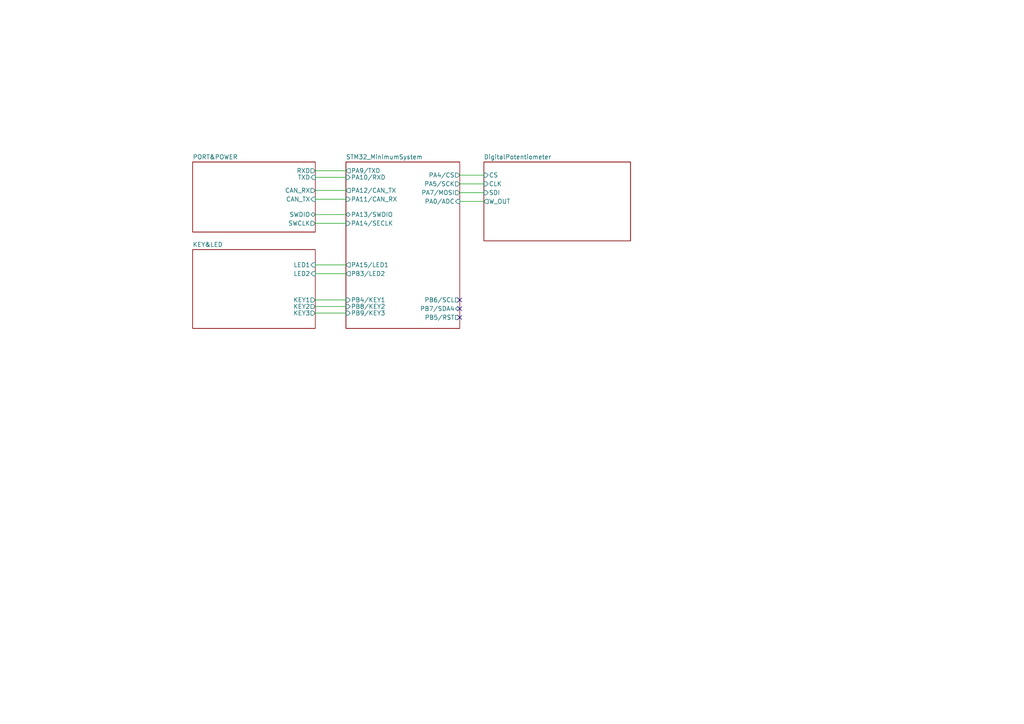
<source format=kicad_sch>
(kicad_sch (version 20211123) (generator eeschema)

  (uuid 098eee80-e1c4-496e-aea4-5738743695b6)

  (paper "A4")

  (lib_symbols
  )


  (no_connect (at 133.35 86.995) (uuid 7076b355-bb6a-4714-934f-76b405bd9877))
  (no_connect (at 133.35 92.075) (uuid 7076b355-bb6a-4714-934f-76b405bd9877))
  (no_connect (at 133.35 89.535) (uuid 7076b355-bb6a-4714-934f-76b405bd9877))

  (wire (pts (xy 91.44 88.9) (xy 100.33 88.9))
    (stroke (width 0) (type default) (color 0 0 0 0))
    (uuid 13fb2f83-89a6-4686-9318-afa21d82ab5d)
  )
  (wire (pts (xy 133.35 55.88) (xy 140.335 55.88))
    (stroke (width 0) (type default) (color 0 0 0 0))
    (uuid 1a7d65dc-ea80-4d29-a7aa-596dd486af56)
  )
  (wire (pts (xy 91.44 49.53) (xy 100.33 49.53))
    (stroke (width 0) (type default) (color 0 0 0 0))
    (uuid 32704d19-8238-4c15-9184-285269f1c5ab)
  )
  (wire (pts (xy 91.44 90.805) (xy 100.33 90.805))
    (stroke (width 0) (type default) (color 0 0 0 0))
    (uuid 54e5f5e0-1e88-4e8a-aca6-e105bab6a527)
  )
  (wire (pts (xy 91.44 79.375) (xy 100.33 79.375))
    (stroke (width 0) (type default) (color 0 0 0 0))
    (uuid 6a08b99d-be82-4f45-9d6b-67053a955dd3)
  )
  (wire (pts (xy 91.44 76.835) (xy 100.33 76.835))
    (stroke (width 0) (type default) (color 0 0 0 0))
    (uuid 6edab4ac-8a05-4527-b71c-061fe168aa42)
  )
  (wire (pts (xy 91.44 55.245) (xy 100.33 55.245))
    (stroke (width 0) (type default) (color 0 0 0 0))
    (uuid a76def05-06c1-4a02-a7ee-cae0679fdd79)
  )
  (wire (pts (xy 91.44 86.995) (xy 100.33 86.995))
    (stroke (width 0) (type default) (color 0 0 0 0))
    (uuid ad78c453-11a2-4e4a-b4c4-eaf9f140acac)
  )
  (wire (pts (xy 133.35 53.34) (xy 140.335 53.34))
    (stroke (width 0) (type default) (color 0 0 0 0))
    (uuid c191d9af-1825-499c-b16f-3ba635803b97)
  )
  (wire (pts (xy 91.44 62.23) (xy 100.33 62.23))
    (stroke (width 0) (type default) (color 0 0 0 0))
    (uuid c550d386-a19a-4a2e-82ea-9a18282811cb)
  )
  (wire (pts (xy 91.44 57.785) (xy 100.33 57.785))
    (stroke (width 0) (type default) (color 0 0 0 0))
    (uuid c7a16258-6b4a-432c-b88e-89c9662e75ed)
  )
  (wire (pts (xy 91.44 51.435) (xy 100.33 51.435))
    (stroke (width 0) (type default) (color 0 0 0 0))
    (uuid cb70d958-5f3d-4bd0-b0e0-2c00565c4a9e)
  )
  (wire (pts (xy 133.35 58.42) (xy 140.335 58.42))
    (stroke (width 0) (type default) (color 0 0 0 0))
    (uuid cd0f86b3-8afa-43d2-a7bf-57dc1a462bc6)
  )
  (wire (pts (xy 133.35 50.8) (xy 140.335 50.8))
    (stroke (width 0) (type default) (color 0 0 0 0))
    (uuid ed0e36b0-7a2e-4948-a38b-7435d904180a)
  )
  (wire (pts (xy 91.44 64.77) (xy 100.33 64.77))
    (stroke (width 0) (type default) (color 0 0 0 0))
    (uuid fede3a07-2798-47ce-92a9-806fd079c813)
  )

  (sheet (at 55.88 46.99) (size 35.56 20.32) (fields_autoplaced)
    (stroke (width 0.1524) (type solid) (color 0 0 0 0))
    (fill (color 0 0 0 0.0000))
    (uuid 23513316-377f-4cb7-80f6-91fce5fc8a07)
    (property "Sheet name" "PORT&POWER" (id 0) (at 55.88 46.2784 0)
      (effects (font (size 1.27 1.27)) (justify left bottom))
    )
    (property "Sheet file" "PORT&POWER.kicad_sch" (id 1) (at 55.88 67.8946 0)
      (effects (font (size 1.27 1.27)) (justify left top) hide)
    )
    (pin "SWCLK" output (at 91.44 64.77 0)
      (effects (font (size 1.27 1.27)) (justify right))
      (uuid 4e0bf2de-a361-4996-9e10-2575f43374e9)
    )
    (pin "SWDIO" bidirectional (at 91.44 62.23 0)
      (effects (font (size 1.27 1.27)) (justify right))
      (uuid 48e2f24a-81df-46cf-8eb0-ff7e5ff288e2)
    )
    (pin "CAN_RX" output (at 91.44 55.245 0)
      (effects (font (size 1.27 1.27)) (justify right))
      (uuid 9d96dcd0-e1da-4666-a237-abe52efe4979)
    )
    (pin "TXD" input (at 91.44 51.435 0)
      (effects (font (size 1.27 1.27)) (justify right))
      (uuid df5198dd-7c7a-43ef-81a7-5d286ec89d0a)
    )
    (pin "RXD" output (at 91.44 49.53 0)
      (effects (font (size 1.27 1.27)) (justify right))
      (uuid 1f915912-5a90-4e56-bac2-bbb1bab7a977)
    )
    (pin "CAN_TX" input (at 91.44 57.785 0)
      (effects (font (size 1.27 1.27)) (justify right))
      (uuid 67743226-5ec9-4a7d-b52d-c2c1b899c900)
    )
  )

  (sheet (at 100.33 46.99) (size 33.02 48.26) (fields_autoplaced)
    (stroke (width 0.1524) (type solid) (color 0 0 0 0))
    (fill (color 0 0 0 0.0000))
    (uuid 33d611cd-f7d5-487d-99fe-5326e442e157)
    (property "Sheet name" "STM32_MinimumSystem" (id 0) (at 100.33 46.2784 0)
      (effects (font (size 1.27 1.27)) (justify left bottom))
    )
    (property "Sheet file" "STM32.kicad_sch" (id 1) (at 100.33 95.8346 0)
      (effects (font (size 1.27 1.27)) (justify left top) hide)
    )
    (pin "PA12{slash}CAN_TX" output (at 100.33 55.245 180)
      (effects (font (size 1.27 1.27)) (justify left))
      (uuid e37cb397-dd4d-464a-9249-5d8f2949a078)
    )
    (pin "PA11{slash}CAN_RX" input (at 100.33 57.785 180)
      (effects (font (size 1.27 1.27)) (justify left))
      (uuid e62b2335-5012-4594-a575-297a4a474383)
    )
    (pin "PA10{slash}RXD" input (at 100.33 51.435 180)
      (effects (font (size 1.27 1.27)) (justify left))
      (uuid 464f7e8b-016f-4b5a-9009-781e93024caa)
    )
    (pin "PA0{slash}ADC" input (at 133.35 58.42 0)
      (effects (font (size 1.27 1.27)) (justify right))
      (uuid 74fc2d7c-0ba9-48e6-beb0-f5a02ab5cfd9)
    )
    (pin "PB7{slash}SDA4" bidirectional (at 133.35 89.535 0)
      (effects (font (size 1.27 1.27)) (justify right))
      (uuid d539316d-3883-450d-90e0-f29bb39c7233)
    )
    (pin "PB4{slash}KEY1" input (at 100.33 86.995 180)
      (effects (font (size 1.27 1.27)) (justify left))
      (uuid eba70fae-9948-4ec3-9622-8d55f8b12a50)
    )
    (pin "PB8{slash}KEY2" input (at 100.33 88.9 180)
      (effects (font (size 1.27 1.27)) (justify left))
      (uuid f62f6223-5368-4754-adcd-cfb395c5ca15)
    )
    (pin "PB9{slash}KEY3" input (at 100.33 90.805 180)
      (effects (font (size 1.27 1.27)) (justify left))
      (uuid 617d5d25-9934-463f-a9f0-412939b33bde)
    )
    (pin "PA14{slash}SECLK" input (at 100.33 64.77 180)
      (effects (font (size 1.27 1.27)) (justify left))
      (uuid 0e0acc6d-6e96-46e5-8ed2-67a6f2da6bf9)
    )
    (pin "PA13{slash}SWDIO" bidirectional (at 100.33 62.23 180)
      (effects (font (size 1.27 1.27)) (justify left))
      (uuid 1a02b833-c039-466b-a4af-980bee2ae356)
    )
    (pin "PA5{slash}SCK" output (at 133.35 53.34 0)
      (effects (font (size 1.27 1.27)) (justify right))
      (uuid 60dd69a6-98b3-4288-984d-9e2cf760cea0)
    )
    (pin "PA4{slash}CS" output (at 133.35 50.8 0)
      (effects (font (size 1.27 1.27)) (justify right))
      (uuid 97e46b29-fd3e-4db5-808d-1c51d1c69e55)
    )
    (pin "PA7{slash}MOSI" output (at 133.35 55.88 0)
      (effects (font (size 1.27 1.27)) (justify right))
      (uuid a37f52c0-4dd3-475d-9928-166893c4eccf)
    )
    (pin "PA9{slash}TXD" output (at 100.33 49.53 180)
      (effects (font (size 1.27 1.27)) (justify left))
      (uuid c48ab8ac-efd9-43e8-ac9d-fe6fb41276db)
    )
    (pin "PB6{slash}SCL" output (at 133.35 86.995 0)
      (effects (font (size 1.27 1.27)) (justify right))
      (uuid d4445ed3-2c1d-4065-918b-bb234686eb31)
    )
    (pin "PA15{slash}LED1" output (at 100.33 76.835 180)
      (effects (font (size 1.27 1.27)) (justify left))
      (uuid d5b2215a-5977-4592-a005-0ff86f2f05cf)
    )
    (pin "PB3{slash}LED2" output (at 100.33 79.375 180)
      (effects (font (size 1.27 1.27)) (justify left))
      (uuid 8ac66e69-4f52-4f42-8400-be966578fe01)
    )
    (pin "PB5{slash}RST" output (at 133.35 92.075 0)
      (effects (font (size 1.27 1.27)) (justify right))
      (uuid b2e44abc-0efb-4929-b15e-f209262b2fbe)
    )
  )

  (sheet (at 55.88 72.39) (size 35.56 22.86) (fields_autoplaced)
    (stroke (width 0.1524) (type solid) (color 0 0 0 0))
    (fill (color 0 0 0 0.0000))
    (uuid 39af6ed9-be45-40f6-bc30-ca53a8d0d73d)
    (property "Sheet name" "KEY&LED" (id 0) (at 55.88 71.6784 0)
      (effects (font (size 1.27 1.27)) (justify left bottom))
    )
    (property "Sheet file" "KEYandLED.kicad_sch" (id 1) (at 55.88 95.8346 0)
      (effects (font (size 1.27 1.27)) (justify left top) hide)
    )
    (pin "LED1" input (at 91.44 76.835 0)
      (effects (font (size 1.27 1.27)) (justify right))
      (uuid 7eb1f0de-ada7-437c-974e-2094c508f904)
    )
    (pin "LED2" input (at 91.44 79.375 0)
      (effects (font (size 1.27 1.27)) (justify right))
      (uuid 9dca71e2-326f-4fd3-b360-23ccb25dcce4)
    )
    (pin "KEY1" output (at 91.44 86.995 0)
      (effects (font (size 1.27 1.27)) (justify right))
      (uuid 9ca6e5e7-da83-43ba-b308-1d21374805c8)
    )
    (pin "KEY2" output (at 91.44 88.9 0)
      (effects (font (size 1.27 1.27)) (justify right))
      (uuid 6eeeee95-fc93-432e-89be-fcad33f6f3ed)
    )
    (pin "KEY3" output (at 91.44 90.805 0)
      (effects (font (size 1.27 1.27)) (justify right))
      (uuid b356a28d-c5ce-487c-9f76-0ab2ea662618)
    )
  )

  (sheet (at 140.335 46.99) (size 42.545 22.86) (fields_autoplaced)
    (stroke (width 0.1524) (type solid) (color 0 0 0 0))
    (fill (color 0 0 0 0.0000))
    (uuid fb5137f8-dc04-40cb-a870-fe91af9cd0fd)
    (property "Sheet name" "DigitalPotentiometer" (id 0) (at 140.335 46.2784 0)
      (effects (font (size 1.27 1.27)) (justify left bottom))
    )
    (property "Sheet file" "AD8400.kicad_sch" (id 1) (at 140.335 70.4346 0)
      (effects (font (size 1.27 1.27)) (justify left top) hide)
    )
    (pin "CLK" input (at 140.335 53.34 180)
      (effects (font (size 1.27 1.27)) (justify left))
      (uuid 25e316cc-535a-442b-bb0d-8d83a7c3b5eb)
    )
    (pin "CS" input (at 140.335 50.8 180)
      (effects (font (size 1.27 1.27)) (justify left))
      (uuid d54e4718-f226-4eee-b38e-2cb877ed147b)
    )
    (pin "SDI" input (at 140.335 55.88 180)
      (effects (font (size 1.27 1.27)) (justify left))
      (uuid 9f857502-5299-4f4e-8fb7-9db338a508a8)
    )
    (pin "W_OUT" output (at 140.335 58.42 180)
      (effects (font (size 1.27 1.27)) (justify left))
      (uuid 8ade35ab-2f5b-4174-8062-054337801154)
    )
  )

  (sheet_instances
    (path "/" (page "1"))
    (path "/23513316-377f-4cb7-80f6-91fce5fc8a07" (page "2"))
    (path "/39af6ed9-be45-40f6-bc30-ca53a8d0d73d" (page "3"))
    (path "/33d611cd-f7d5-487d-99fe-5326e442e157" (page "4"))
    (path "/fb5137f8-dc04-40cb-a870-fe91af9cd0fd" (page "5"))
  )

  (symbol_instances
    (path "/23513316-377f-4cb7-80f6-91fce5fc8a07/f759e64a-b599-4da0-97bf-65e5ce060712"
      (reference "#FLG0101") (unit 1) (value "PWR_FLAG") (footprint "")
    )
    (path "/23513316-377f-4cb7-80f6-91fce5fc8a07/cccd1ce2-553e-44a9-8a56-04a7db78724a"
      (reference "#FLG0102") (unit 1) (value "PWR_FLAG") (footprint "")
    )
    (path "/23513316-377f-4cb7-80f6-91fce5fc8a07/05d3e8a2-a9a3-4f62-8562-3d2bc0f71479"
      (reference "#FLG0103") (unit 1) (value "PWR_FLAG") (footprint "")
    )
    (path "/23513316-377f-4cb7-80f6-91fce5fc8a07/d4f490b1-3a18-415f-983a-845347178f97"
      (reference "#PWR0101") (unit 1) (value "VBUS") (footprint "")
    )
    (path "/23513316-377f-4cb7-80f6-91fce5fc8a07/0665bd93-137c-44f5-b76d-1203a22ab89e"
      (reference "#PWR0102") (unit 1) (value "GND") (footprint "")
    )
    (path "/23513316-377f-4cb7-80f6-91fce5fc8a07/22cc329f-8cce-410b-8eb9-a18f419f4644"
      (reference "#PWR0103") (unit 1) (value "VBUS") (footprint "")
    )
    (path "/23513316-377f-4cb7-80f6-91fce5fc8a07/f30f68df-5ea3-47f3-a658-a53d728985d7"
      (reference "#PWR0104") (unit 1) (value "GND") (footprint "")
    )
    (path "/23513316-377f-4cb7-80f6-91fce5fc8a07/7a67e737-3a39-4a83-87d0-f6a24bf3affd"
      (reference "#PWR0105") (unit 1) (value "+3V3") (footprint "")
    )
    (path "/23513316-377f-4cb7-80f6-91fce5fc8a07/d9666619-dbb8-4578-ae6a-d928a9c2e4e1"
      (reference "#PWR0106") (unit 1) (value "VBUS") (footprint "")
    )
    (path "/23513316-377f-4cb7-80f6-91fce5fc8a07/570a5b70-f4c3-40ce-8973-f90a32c9df21"
      (reference "#PWR0107") (unit 1) (value "+3V3") (footprint "")
    )
    (path "/23513316-377f-4cb7-80f6-91fce5fc8a07/19dd9749-c71a-4d8f-83a9-ce87752dd02d"
      (reference "#PWR0108") (unit 1) (value "GND") (footprint "")
    )
    (path "/23513316-377f-4cb7-80f6-91fce5fc8a07/3ce29b1d-3adb-4c7b-93ff-a7f54914e838"
      (reference "#PWR0109") (unit 1) (value "GND") (footprint "")
    )
    (path "/23513316-377f-4cb7-80f6-91fce5fc8a07/d9cadf5f-752a-4871-8bdd-87380dea6dad"
      (reference "#PWR0110") (unit 1) (value "GND") (footprint "")
    )
    (path "/23513316-377f-4cb7-80f6-91fce5fc8a07/92d26e45-584a-4a80-97f5-6a78e331d203"
      (reference "#PWR0111") (unit 1) (value "VBUS") (footprint "")
    )
    (path "/23513316-377f-4cb7-80f6-91fce5fc8a07/fbc0a35c-d702-4e9d-a801-e60197ff8c38"
      (reference "#PWR0112") (unit 1) (value "GND") (footprint "")
    )
    (path "/23513316-377f-4cb7-80f6-91fce5fc8a07/83ffe672-27ec-45b6-9aee-b748c296544b"
      (reference "#PWR0113") (unit 1) (value "VBUS") (footprint "")
    )
    (path "/23513316-377f-4cb7-80f6-91fce5fc8a07/91a39413-29b1-4bea-a301-10665209cecc"
      (reference "#PWR0114") (unit 1) (value "+3V3") (footprint "")
    )
    (path "/23513316-377f-4cb7-80f6-91fce5fc8a07/d004e5dd-ee3e-43c0-8363-17be19018f6f"
      (reference "#PWR0115") (unit 1) (value "GND") (footprint "")
    )
    (path "/23513316-377f-4cb7-80f6-91fce5fc8a07/f1f591ed-65f3-4ecd-9704-968b06ffe9b0"
      (reference "#PWR0116") (unit 1) (value "VBUS") (footprint "")
    )
    (path "/23513316-377f-4cb7-80f6-91fce5fc8a07/0a457e92-b3a0-4671-8722-d24ab5363b81"
      (reference "#PWR0117") (unit 1) (value "GND") (footprint "")
    )
    (path "/23513316-377f-4cb7-80f6-91fce5fc8a07/7ce37f28-ccdb-4fd9-89ba-12c77aaadcfa"
      (reference "#PWR0118") (unit 1) (value "GND") (footprint "")
    )
    (path "/23513316-377f-4cb7-80f6-91fce5fc8a07/52dd735f-e649-401f-800c-ce72d07521b5"
      (reference "#PWR0119") (unit 1) (value "VBUS") (footprint "")
    )
    (path "/23513316-377f-4cb7-80f6-91fce5fc8a07/ec5e2c91-8528-4a05-8303-81ee4c6bcd0d"
      (reference "#PWR0120") (unit 1) (value "VBUS") (footprint "")
    )
    (path "/23513316-377f-4cb7-80f6-91fce5fc8a07/5bea6874-1545-4271-bc19-59edabcfc2b1"
      (reference "#PWR0121") (unit 1) (value "GND") (footprint "")
    )
    (path "/23513316-377f-4cb7-80f6-91fce5fc8a07/a9920544-6173-48ce-a81f-25a187fc133b"
      (reference "#PWR0122") (unit 1) (value "+3V3") (footprint "")
    )
    (path "/23513316-377f-4cb7-80f6-91fce5fc8a07/54dd1431-5f95-446d-9ed3-f9cafe41220a"
      (reference "#PWR0123") (unit 1) (value "GND") (footprint "")
    )
    (path "/23513316-377f-4cb7-80f6-91fce5fc8a07/8bfbfe60-795a-4147-aef6-a89206eeda6c"
      (reference "#PWR0124") (unit 1) (value "+3V3") (footprint "")
    )
    (path "/23513316-377f-4cb7-80f6-91fce5fc8a07/baa9d5ae-e6cf-46f7-a53f-e0206c079bad"
      (reference "#PWR0125") (unit 1) (value "GND") (footprint "")
    )
    (path "/23513316-377f-4cb7-80f6-91fce5fc8a07/b8e0c21b-47f5-498b-9be1-902b6e17b994"
      (reference "#PWR0126") (unit 1) (value "+3V3") (footprint "")
    )
    (path "/39af6ed9-be45-40f6-bc30-ca53a8d0d73d/6f0a37e7-d466-43f2-8762-91c1bd21d58c"
      (reference "#PWR0127") (unit 1) (value "GND") (footprint "")
    )
    (path "/39af6ed9-be45-40f6-bc30-ca53a8d0d73d/5063d089-ff3d-40d6-80b2-06605421233a"
      (reference "#PWR0128") (unit 1) (value "GND") (footprint "")
    )
    (path "/39af6ed9-be45-40f6-bc30-ca53a8d0d73d/5a539698-b260-4b75-b51a-146be8a0da45"
      (reference "#PWR0129") (unit 1) (value "GND") (footprint "")
    )
    (path "/39af6ed9-be45-40f6-bc30-ca53a8d0d73d/06ff20ac-41d2-4cba-add0-1d2368db89d0"
      (reference "#PWR0130") (unit 1) (value "+3V3") (footprint "")
    )
    (path "/39af6ed9-be45-40f6-bc30-ca53a8d0d73d/1d6a2c09-f49f-49a1-93cf-3d876cae824a"
      (reference "#PWR0131") (unit 1) (value "+3V3") (footprint "")
    )
    (path "/39af6ed9-be45-40f6-bc30-ca53a8d0d73d/d3d3396e-6119-42cc-99f3-ac970454ac1a"
      (reference "#PWR0132") (unit 1) (value "+3V3") (footprint "")
    )
    (path "/39af6ed9-be45-40f6-bc30-ca53a8d0d73d/782e823f-271c-428e-8ecc-6f1a71567811"
      (reference "#PWR0133") (unit 1) (value "GND") (footprint "")
    )
    (path "/39af6ed9-be45-40f6-bc30-ca53a8d0d73d/a864467b-c6d4-434e-a6af-21d4cf1ab74d"
      (reference "#PWR0134") (unit 1) (value "GND") (footprint "")
    )
    (path "/39af6ed9-be45-40f6-bc30-ca53a8d0d73d/0bd7964d-3ca3-4c74-a5b3-0c2a1941f95b"
      (reference "#PWR0135") (unit 1) (value "GND") (footprint "")
    )
    (path "/39af6ed9-be45-40f6-bc30-ca53a8d0d73d/e2379ee6-3bbc-47b4-8af6-615779defb61"
      (reference "#PWR0136") (unit 1) (value "GND") (footprint "")
    )
    (path "/39af6ed9-be45-40f6-bc30-ca53a8d0d73d/a0eb228a-5c7a-4183-b134-9024657c6796"
      (reference "#PWR0137") (unit 1) (value "+3V3") (footprint "")
    )
    (path "/39af6ed9-be45-40f6-bc30-ca53a8d0d73d/75998ece-1ffb-47c6-83c4-e44ae5112553"
      (reference "#PWR0138") (unit 1) (value "+3V3") (footprint "")
    )
    (path "/39af6ed9-be45-40f6-bc30-ca53a8d0d73d/9fddc7c1-c48f-478c-8210-b183a8e461b2"
      (reference "#PWR0139") (unit 1) (value "+3V3") (footprint "")
    )
    (path "/23513316-377f-4cb7-80f6-91fce5fc8a07/ef88440f-5210-436d-8231-6575c75f727e"
      (reference "#PWR0140") (unit 1) (value "GND") (footprint "")
    )
    (path "/23513316-377f-4cb7-80f6-91fce5fc8a07/b2b7d618-52b8-4610-99f2-e96351927938"
      (reference "#PWR0141") (unit 1) (value "GND") (footprint "")
    )
    (path "/23513316-377f-4cb7-80f6-91fce5fc8a07/5f87aaeb-6354-4c85-928c-bf9feda4b0a7"
      (reference "#PWR0142") (unit 1) (value "+3V3") (footprint "")
    )
    (path "/23513316-377f-4cb7-80f6-91fce5fc8a07/d5c6f9e0-a367-4b41-ba9d-13351726fd9a"
      (reference "#PWR0143") (unit 1) (value "+3V3") (footprint "")
    )
    (path "/33d611cd-f7d5-487d-99fe-5326e442e157/85fcbc01-1948-4111-ab26-fc0d006d8c8a"
      (reference "#PWR0144") (unit 1) (value "GND") (footprint "")
    )
    (path "/33d611cd-f7d5-487d-99fe-5326e442e157/420ab7a2-1ad3-454d-b354-117498612cb8"
      (reference "#PWR0145") (unit 1) (value "GND") (footprint "")
    )
    (path "/33d611cd-f7d5-487d-99fe-5326e442e157/e642d835-f691-4060-9899-cb872530cc4f"
      (reference "#PWR0146") (unit 1) (value "GND") (footprint "")
    )
    (path "/33d611cd-f7d5-487d-99fe-5326e442e157/f5b370db-c3a1-4486-bb0e-bc4fef430044"
      (reference "#PWR0147") (unit 1) (value "+3V3") (footprint "")
    )
    (path "/33d611cd-f7d5-487d-99fe-5326e442e157/92c0cdba-7861-4392-9d65-300ce0fc5a4f"
      (reference "#PWR0148") (unit 1) (value "GND") (footprint "")
    )
    (path "/33d611cd-f7d5-487d-99fe-5326e442e157/fef66ff8-a34c-4fa8-84a9-9042d8cdf52b"
      (reference "#PWR0149") (unit 1) (value "GND") (footprint "")
    )
    (path "/33d611cd-f7d5-487d-99fe-5326e442e157/2ad7adc3-b3bb-460c-b69d-e5cebfc58b1d"
      (reference "#PWR0150") (unit 1) (value "GND") (footprint "")
    )
    (path "/33d611cd-f7d5-487d-99fe-5326e442e157/4b3cba1e-10cd-43b0-aa4d-5017d9f7254a"
      (reference "#PWR0151") (unit 1) (value "+3V3") (footprint "")
    )
    (path "/33d611cd-f7d5-487d-99fe-5326e442e157/8685e7d6-8a42-4cf1-b55d-b59dc37f1f71"
      (reference "#PWR0152") (unit 1) (value "+3V3") (footprint "")
    )
    (path "/33d611cd-f7d5-487d-99fe-5326e442e157/620f8da0-e620-4151-965c-6126bec1ceae"
      (reference "#PWR0153") (unit 1) (value "GND") (footprint "")
    )
    (path "/33d611cd-f7d5-487d-99fe-5326e442e157/3d29b774-819a-4362-b4cc-d1da378b4374"
      (reference "#PWR0154") (unit 1) (value "VBUS") (footprint "")
    )
    (path "/33d611cd-f7d5-487d-99fe-5326e442e157/15d904ff-623c-44d0-9f80-0c4ba4e74ad2"
      (reference "#PWR0155") (unit 1) (value "+3V3") (footprint "")
    )
    (path "/33d611cd-f7d5-487d-99fe-5326e442e157/42094e92-7307-4ca0-98fd-ba0a4faff213"
      (reference "#PWR0156") (unit 1) (value "+3V3") (footprint "")
    )
    (path "/33d611cd-f7d5-487d-99fe-5326e442e157/ff9f9af8-f7b0-4551-b26b-ac874fab64d9"
      (reference "#PWR0157") (unit 1) (value "GND") (footprint "")
    )
    (path "/33d611cd-f7d5-487d-99fe-5326e442e157/68923440-9f11-4e10-854e-d18d4c648731"
      (reference "#PWR0158") (unit 1) (value "GND") (footprint "")
    )
    (path "/fb5137f8-dc04-40cb-a870-fe91af9cd0fd/957e9b35-8b07-4427-9a2f-faae9d16d3dd"
      (reference "#PWR0159") (unit 1) (value "+3V3") (footprint "")
    )
    (path "/fb5137f8-dc04-40cb-a870-fe91af9cd0fd/b80fea5a-0746-4c04-b0ee-efebc4fb48e2"
      (reference "#PWR0160") (unit 1) (value "+3V3") (footprint "")
    )
    (path "/fb5137f8-dc04-40cb-a870-fe91af9cd0fd/bf22b232-b673-4cfc-aeed-9b9713862c7e"
      (reference "#PWR0161") (unit 1) (value "GND") (footprint "")
    )
    (path "/fb5137f8-dc04-40cb-a870-fe91af9cd0fd/0abc4133-0f29-461b-8910-1cecb62e637f"
      (reference "#PWR0162") (unit 1) (value "GND") (footprint "")
    )
    (path "/23513316-377f-4cb7-80f6-91fce5fc8a07/505f481f-b79b-4509-b0f0-e40ce73c146f"
      (reference "C1") (unit 1) (value "10u") (footprint "C_0603_1608Metric")
    )
    (path "/23513316-377f-4cb7-80f6-91fce5fc8a07/30464143-e22a-4fb9-87a6-8c61025655ec"
      (reference "C2") (unit 1) (value "100n") (footprint "C_0603_1608Metric")
    )
    (path "/23513316-377f-4cb7-80f6-91fce5fc8a07/7d9916f2-a41c-425f-bdb2-d3cf303c9ad4"
      (reference "C3") (unit 1) (value "10u") (footprint "C_0603_1608Metric")
    )
    (path "/23513316-377f-4cb7-80f6-91fce5fc8a07/1d8221a8-4a82-4e61-bf66-1b83e7fceaf0"
      (reference "C4") (unit 1) (value "100n") (footprint "C_0603_1608Metric")
    )
    (path "/23513316-377f-4cb7-80f6-91fce5fc8a07/0249f34e-281f-431b-b8fb-572683ddb7c3"
      (reference "C5") (unit 1) (value "100n") (footprint "C_0603_1608Metric")
    )
    (path "/23513316-377f-4cb7-80f6-91fce5fc8a07/388a9f26-f1bc-485b-a91b-ea952826d16b"
      (reference "C6") (unit 1) (value "100n") (footprint "C_0603_1608Metric")
    )
    (path "/23513316-377f-4cb7-80f6-91fce5fc8a07/e3a216e8-b027-462b-bbd2-b8148bf75648"
      (reference "C7") (unit 1) (value "100n") (footprint "C_0603_1608Metric")
    )
    (path "/33d611cd-f7d5-487d-99fe-5326e442e157/c0ce7c78-161b-4264-b96f-081c55720801"
      (reference "C8") (unit 1) (value "100n") (footprint "C_0603_1608Metric")
    )
    (path "/33d611cd-f7d5-487d-99fe-5326e442e157/047729fc-2470-4d82-b58a-dbce0cf24496"
      (reference "C9") (unit 1) (value "100n") (footprint "C_0603_1608Metric")
    )
    (path "/33d611cd-f7d5-487d-99fe-5326e442e157/794d4bcf-098c-4b21-a2d4-6c43b889eaad"
      (reference "C10") (unit 1) (value "100n") (footprint "C_0603_1608Metric")
    )
    (path "/33d611cd-f7d5-487d-99fe-5326e442e157/b1932c6c-f629-4499-9a5e-12c1b1a1c494"
      (reference "C11") (unit 1) (value "100n") (footprint "C_0603_1608Metric")
    )
    (path "/33d611cd-f7d5-487d-99fe-5326e442e157/c95d0394-923f-4a6c-9863-d052b4622579"
      (reference "C12") (unit 1) (value "100n") (footprint "C_0603_1608Metric")
    )
    (path "/33d611cd-f7d5-487d-99fe-5326e442e157/45acf064-ae26-44f1-b74b-fe75e83e6caa"
      (reference "C13") (unit 1) (value "100n") (footprint "C_0603_1608Metric")
    )
    (path "/33d611cd-f7d5-487d-99fe-5326e442e157/2e48553f-e2a8-4cfc-8cc8-c0a59b7e1154"
      (reference "C14") (unit 1) (value "18P") (footprint "C_0603_1608Metric")
    )
    (path "/33d611cd-f7d5-487d-99fe-5326e442e157/985b1880-c228-4c11-b4de-d3dd0f173ca9"
      (reference "C15") (unit 1) (value "18p") (footprint "C_0603_1608Metric")
    )
    (path "/39af6ed9-be45-40f6-bc30-ca53a8d0d73d/016c9176-eb2e-47f7-b011-41637061e4c8"
      (reference "C16") (unit 1) (value "100n") (footprint "C_0603_1608Metric")
    )
    (path "/39af6ed9-be45-40f6-bc30-ca53a8d0d73d/40fa82d6-ad2b-4621-b06d-b4b01599412b"
      (reference "C17") (unit 1) (value "100n") (footprint "C_0603_1608Metric")
    )
    (path "/39af6ed9-be45-40f6-bc30-ca53a8d0d73d/f474b170-601e-4002-9e93-6e8e7a0d78f8"
      (reference "C18") (unit 1) (value "100n") (footprint "C_0603_1608Metric")
    )
    (path "/fb5137f8-dc04-40cb-a870-fe91af9cd0fd/6d178051-5972-4e82-9595-726577e9aed3"
      (reference "C19") (unit 1) (value "100n") (footprint "C_0603_1608Metric")
    )
    (path "/39af6ed9-be45-40f6-bc30-ca53a8d0d73d/17517155-4093-4a6b-94ac-cbaab8caa168"
      (reference "D1") (unit 1) (value "RED") (footprint "LED_0603_1608Metric")
    )
    (path "/39af6ed9-be45-40f6-bc30-ca53a8d0d73d/54e05870-90e1-4dcb-ad3a-dc54acdc3cec"
      (reference "D2") (unit 1) (value "GREEN") (footprint "LED_0603_1608Metric")
    )
    (path "/39af6ed9-be45-40f6-bc30-ca53a8d0d73d/18454330-0d18-4041-bc8a-afd14b16bd15"
      (reference "D3") (unit 1) (value "BLUE") (footprint "LED_0603_1608Metric")
    )
    (path "/23513316-377f-4cb7-80f6-91fce5fc8a07/72f4863d-168f-401e-9713-9811ad4692ae"
      (reference "J1") (unit 1) (value "USB_C_Receptacle_USB2.0") (footprint "USB_C_Receptacle_Palconn_UTC16-G")
    )
    (path "/23513316-377f-4cb7-80f6-91fce5fc8a07/3fa4a607-4eee-463e-8ee8-40940b5ba7b9"
      (reference "J2") (unit 1) (value "Conn_01x04") (footprint "PinHeader_1x04_P2.54mm_Vertical")
    )
    (path "/23513316-377f-4cb7-80f6-91fce5fc8a07/64fa5272-0593-4af6-a0ea-80b5d9cda5ee"
      (reference "J3") (unit 1) (value "Conn_01x02") (footprint "JST_GH_SM02B-GHS-TB_1x02-1MP_P1.25mm_Horizontal")
    )
    (path "/33d611cd-f7d5-487d-99fe-5326e442e157/83efb7ff-053b-48a8-9778-d283e496ec80"
      (reference "J4") (unit 1) (value "Conn_01x19") (footprint "PinHeader_1x19_P2.54mm_Vertical")
    )
    (path "/33d611cd-f7d5-487d-99fe-5326e442e157/da06d7e3-0bec-4005-9c81-60be80e670a5"
      (reference "J5") (unit 1) (value "Conn_01x20") (footprint "PinHeader_1x20_P2.54mm_Vertical")
    )
    (path "/33d611cd-f7d5-487d-99fe-5326e442e157/591db37c-39d2-4c20-9d3b-a5fae7314351"
      (reference "J6") (unit 1) (value "Conn_01x02") (footprint "PinHeader_1x02_P2.54mm_Vertical")
    )
    (path "/fb5137f8-dc04-40cb-a870-fe91af9cd0fd/e022fa46-3b17-4740-8311-a98147170f70"
      (reference "J7") (unit 1) (value "Conn_01x03") (footprint "PinHeader_1x03_P2.54mm_Vertical")
    )
    (path "/23513316-377f-4cb7-80f6-91fce5fc8a07/51914e4b-57ae-40c3-93da-bd496f3813bd"
      (reference "Q1") (unit 1) (value "Q_PMOS_DGS") (footprint "TSOT-23")
    )
    (path "/23513316-377f-4cb7-80f6-91fce5fc8a07/0adb9ce7-0b8d-408f-821e-24955dc25b98"
      (reference "R1") (unit 1) (value "1k") (footprint "R_0603_1608Metric")
    )
    (path "/23513316-377f-4cb7-80f6-91fce5fc8a07/77c3473c-3ec4-4a3b-bbb1-14e68fbcd5de"
      (reference "R2") (unit 1) (value "10k") (footprint "R_0603_1608Metric")
    )
    (path "/23513316-377f-4cb7-80f6-91fce5fc8a07/34e0632b-3119-4456-bc6e-505391c66b33"
      (reference "R3") (unit 1) (value "120") (footprint "R_0603_1608Metric")
    )
    (path "/33d611cd-f7d5-487d-99fe-5326e442e157/5899073b-6e82-497f-b824-b45a5e2925e9"
      (reference "R4") (unit 1) (value "10k") (footprint "R_0603_1608Metric")
    )
    (path "/33d611cd-f7d5-487d-99fe-5326e442e157/3b08e239-8ac9-4011-bf96-bf49366c1c5c"
      (reference "R5") (unit 1) (value "10K") (footprint "R_0603_1608Metric")
    )
    (path "/39af6ed9-be45-40f6-bc30-ca53a8d0d73d/6317f75d-8c58-4f35-b356-56debc332f1a"
      (reference "R6") (unit 1) (value "1K") (footprint "R_0603_1608Metric")
    )
    (path "/39af6ed9-be45-40f6-bc30-ca53a8d0d73d/75dc9d71-2932-4d0d-a6b9-7cc301218e9c"
      (reference "R7") (unit 1) (value "1K") (footprint "R_0603_1608Metric")
    )
    (path "/39af6ed9-be45-40f6-bc30-ca53a8d0d73d/0ef21663-473d-43f9-9d00-baa45ac1ac28"
      (reference "R8") (unit 1) (value "1K") (footprint "R_0603_1608Metric")
    )
    (path "/39af6ed9-be45-40f6-bc30-ca53a8d0d73d/e2ec4404-adbc-4be0-870d-0718479f4e19"
      (reference "R9") (unit 1) (value "1k") (footprint "R_0603_1608Metric")
    )
    (path "/39af6ed9-be45-40f6-bc30-ca53a8d0d73d/38038fd3-b9a9-4694-8173-338b5df52c2e"
      (reference "R10") (unit 1) (value "1k") (footprint "R_0603_1608Metric")
    )
    (path "/39af6ed9-be45-40f6-bc30-ca53a8d0d73d/30b0633b-97e1-4112-a760-22cb28561b60"
      (reference "R11") (unit 1) (value "1k") (footprint "R_0603_1608Metric")
    )
    (path "/33d611cd-f7d5-487d-99fe-5326e442e157/ee4bc8d7-4aff-4414-adef-9438317db5e6"
      (reference "SW1") (unit 1) (value "SW_Push") (footprint "SW_Push_1P1T_NO_6x6mm_H9.5mm")
    )
    (path "/39af6ed9-be45-40f6-bc30-ca53a8d0d73d/f4837308-b574-4bc5-b469-47ce659477dc"
      (reference "SW2") (unit 1) (value "SW_Push") (footprint "SW_Push_1P1T_NO_6x6mm_H9.5mm")
    )
    (path "/39af6ed9-be45-40f6-bc30-ca53a8d0d73d/ec3d46f7-eafe-4d67-90ed-38bf879cb03d"
      (reference "SW3") (unit 1) (value "SW_Push") (footprint "SW_Push_1P1T_NO_6x6mm_H9.5mm")
    )
    (path "/39af6ed9-be45-40f6-bc30-ca53a8d0d73d/88b0236d-7d7e-440a-8a26-0bec85aa8cd4"
      (reference "SW4") (unit 1) (value "SW_Push") (footprint "SW_Push_1P1T_NO_6x6mm_H9.5mm")
    )
    (path "/23513316-377f-4cb7-80f6-91fce5fc8a07/364a6f12-aa0c-4df8-9531-0fb9758920fc"
      (reference "U1") (unit 1) (value "HX9193") (footprint "Package_TO_SOT_SMD:SOT-23-5_HandSoldering")
    )
    (path "/23513316-377f-4cb7-80f6-91fce5fc8a07/79be4f1f-6397-47b0-b23e-fb0ba832c86f"
      (reference "U2") (unit 1) (value "TJA1051T-3") (footprint "Package_SO:SOIC-8_3.9x4.9mm_P1.27mm")
    )
    (path "/23513316-377f-4cb7-80f6-91fce5fc8a07/ad751923-044f-4982-b46d-2e0b3ac4901a"
      (reference "U3") (unit 1) (value "CH340E") (footprint "Package_SO:MSOP-10_3x3mm_P0.5mm")
    )
    (path "/33d611cd-f7d5-487d-99fe-5326e442e157/5395c357-f4ca-48d9-8b90-8eb6f3f42569"
      (reference "U4") (unit 1) (value "STM32F103C8T6") (footprint "Package_QFP:LQFP-48_7x7mm_P0.5mm")
    )
    (path "/fb5137f8-dc04-40cb-a870-fe91af9cd0fd/af77f167-5cdd-4033-baa6-ab496fd5435e"
      (reference "U5") (unit 1) (value "AD8400ARZ50") (footprint "Package_SO:SOP-8_3.9x4.9mm_P1.27mm")
    )
    (path "/33d611cd-f7d5-487d-99fe-5326e442e157/507d997c-52fe-4c54-8b40-1e1148402f02"
      (reference "Y1") (unit 1) (value "12M") (footprint "Crystal_SMD_3225-4Pin_3.2x2.5mm")
    )
  )
)

</source>
